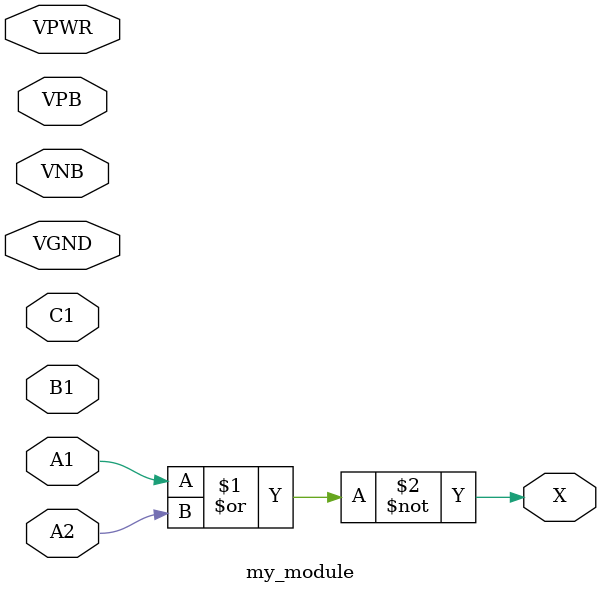
<source format=v>

module my_module (
    X   ,
    A1  ,
    A2  ,
    B1  ,
    C1  ,
    VPWR,
    VGND,
    VPB ,
    VNB
);

    output X   ;
    input  A1  ;
    input  A2  ;
    input  B1  ;
    input  C1  ;
    input  VPWR;
    input  VGND;
    input  VPB ;
    input  VNB ;

    nor (X, A1, A2);

endmodule

</source>
